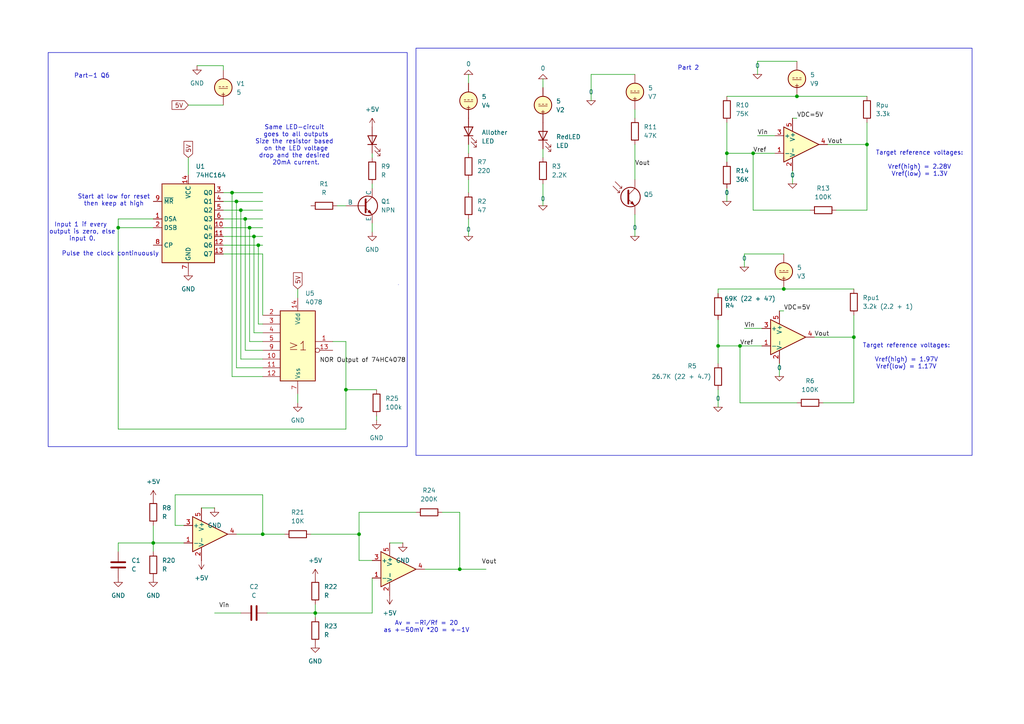
<source format=kicad_sch>
(kicad_sch (version 20250114) (generator "eeschema") (generator_version "9.0")
  (paper "A4")
  (lib_symbols
    (symbol "4xxx_IEEE:4078"
      (property "Reference" "U" (at 2.54 10.16 0))
      (property "Value" "4078" (at 5.08 -12.7 0))
      (symbol "4078_0_0"
        (rectangle (start -5.08 8.89) (end 5.08 -11.43) (stroke (width 0.254)) (fill (type background)))
        (pin power_in line (at 0 12.7 270) (length 3.81) (name "Vdd") (number "14"))
      )
      (symbol "4078_1_0"
        (text "≥1" (at 0 -1.27 0) (effects (font (size 2.54 2.54))))
        (pin power_in line (at 0 -15.24 90) (length 3.81) (name "Vss") (number "7"))
      )
      (symbol "4078_1_1"
        (pin input line (at -10.16 7.62 0) (length 5.08) (name "~") (number "2"))
        (pin input line (at -10.16 5.08 0) (length 5.08) (name "~") (number "3"))
        (pin input line (at -10.16 2.54 0) (length 5.08) (name "~") (number "4"))
        (pin input line (at -10.16 0 0) (length 5.08) (name "~") (number "5"))
        (pin input line (at -10.16 -2.54 0) (length 5.08) (name "~") (number "9"))
        (pin input line (at -10.16 -5.08 0) (length 5.08) (name "~") (number "10"))
        (pin input line (at -10.16 -7.62 0) (length 5.08) (name "~") (number "11"))
        (pin input line (at -10.16 -10.16 0) (length 5.08) (name "~") (number "12"))
        (pin no_connect line (at 5.08 5.08 180) (length 3.81) (hide yes) (name "~") (number "8"))
        (pin no_connect line (at 5.08 2.54 180) (length 3.81) (hide yes) (name "~") (number "6"))
        (pin output line (at 10.16 0 180) (length 5.08) (name "~") (number "1"))
        (pin output inverted (at 10.16 -2.54 180) (length 5.08) (name "~") (number "13"))
      )
    )
    (symbol "74xx:74HC164"
      (property "Reference" "U" (at 1.905 -13.97 0))
      (property "Value" "74HC164" (at 1.905 -16.51 0))
      (symbol "74HC164_0_1"
        (rectangle (start 7.62 10.16) (end -7.62 -12.7) (stroke (width 0.254)) (fill (type background)))
      )
      (symbol "74HC164_1_1"
        (pin input line (at -10.16 5.08 0) (length 2.54) (name "~{MR}") (number "9"))
        (pin input line (at -10.16 0 0) (length 2.54) (name "DSA") (number "1"))
        (pin input line (at -10.16 -2.54 0) (length 2.54) (name "DSB") (number "2"))
        (pin input line (at -10.16 -7.62 0) (length 2.54) (name "CP") (number "8"))
        (pin power_in line (at 0 12.7 270) (length 2.54) (name "VCC") (number "14"))
        (pin power_in line (at 0 -15.24 90) (length 2.54) (name "GND") (number "7"))
        (pin output line (at 10.16 7.62 180) (length 2.54) (name "Q0") (number "3"))
        (pin output line (at 10.16 5.08 180) (length 2.54) (name "Q1") (number "4"))
        (pin output line (at 10.16 2.54 180) (length 2.54) (name "Q2") (number "5"))
        (pin output line (at 10.16 0 180) (length 2.54) (name "Q3") (number "6"))
        (pin output line (at 10.16 -2.54 180) (length 2.54) (name "Q4") (number "10"))
        (pin output line (at 10.16 -5.08 180) (length 2.54) (name "Q5") (number "11"))
        (pin output line (at 10.16 -7.62 180) (length 2.54) (name "Q6") (number "12"))
        (pin output line (at 10.16 -10.16 180) (length 2.54) (name "Q7") (number "13"))
      )
    )
    (symbol "Comparator:LM397" (pin_names (offset 0.127))
      (property "Reference" "U" (at 1.27 5.08 0))
      (property "Value" "LM397" (at 3.81 -5.08 0))
      (symbol "LM397_0_1"
        (polyline (pts (xy -5.08 5.08) (xy 5.08 0) (xy -5.08 -5.08) (xy -5.08 5.08)) (stroke (width 0.254)) (fill (type background)))
      )
      (symbol "LM397_1_1"
        (pin input line (at -7.62 2.54 0) (length 2.54) (name "+") (number "3"))
        (pin input line (at -7.62 -2.54 0) (length 2.54) (name "-") (number "1"))
        (pin power_in line (at -2.54 7.62 270) (length 3.81) (name "V+") (number "5"))
        (pin power_in line (at -2.54 -7.62 90) (length 3.81) (name "V-") (number "2"))
        (pin open_collector line (at 7.62 0 180) (length 2.54) (name "~") (number "4"))
      )
    )
    (symbol "Device:C" (pin_numbers (hide yes)) (pin_names (offset 0.254))
      (property "Reference" "C" (at 0.635 2.54 0))
      (property "Value" "C" (at 0.635 -2.54 0))
      (symbol "C_0_1"
        (polyline (pts (xy -2.032 0.762) (xy 2.032 0.762)) (stroke (width 0.508)))
        (polyline (pts (xy -2.032 -0.762) (xy 2.032 -0.762)) (stroke (width 0.508)))
      )
      (symbol "C_1_1"
        (pin passive line (at 0 3.81 270) (length 2.794) (name "~") (number "1"))
        (pin passive line (at 0 -3.81 90) (length 2.794) (name "~") (number "2"))
      )
    )
    (symbol "Device:LED" (pin_numbers (hide yes)) (pin_names (offset 1.016) (hide yes))
      (property "Reference" "D" (at 0 2.54 0))
      (property "Value" "LED" (at 0 -2.54 0))
      (symbol "LED_0_1"
        (polyline (pts (xy -3.048 -0.762) (xy -4.572 -2.286) (xy -3.81 -2.286) (xy -4.572 -2.286) (xy -4.572 -1.524)))
        (polyline (pts (xy -1.778 -0.762) (xy -3.302 -2.286) (xy -2.54 -2.286) (xy -3.302 -2.286) (xy -3.302 -1.524)))
        (polyline (pts (xy -1.27 0) (xy 1.27 0)))
        (polyline (pts (xy -1.27 -1.27) (xy -1.27 1.27)) (stroke (width 0.254)))
        (polyline (pts (xy 1.27 -1.27) (xy 1.27 1.27) (xy -1.27 0) (xy 1.27 -1.27)) (stroke (width 0.254)))
      )
      (symbol "LED_1_1"
        (pin passive line (at -3.81 0 0) (length 2.54) (name "K") (number "1"))
        (pin passive line (at 3.81 0 180) (length 2.54) (name "A") (number "2"))
      )
    )
    (symbol "Device:R" (pin_numbers (hide yes)) (pin_names (offset 0))
      (property "Reference" "R" (at 2.032 0 90))
      (property "Value" "R" (at 0 0 90))
      (symbol "R_0_1"
        (rectangle (start -1.016 -2.54) (end 1.016 2.54) (stroke (width 0.254)))
      )
      (symbol "R_1_1"
        (pin passive line (at 0 3.81 270) (length 1.27) (name "~") (number "1"))
        (pin passive line (at 0 -3.81 90) (length 1.27) (name "~") (number "2"))
      )
    )
    (symbol "Sensor_Optical:KPS-3227" (pin_numbers (hide yes))
      (property "Reference" "Q" (at 3.81 1.27 0))
      (property "Value" "KPS-3227" (at 7.62 -1.27 0))
      (symbol "KPS-3227_1_1"
        (polyline (pts (xy -6.35 3.175) (xy -4.445 1.27) (xy -4.445 1.905)))
        (polyline (pts (xy -5.715 4.445) (xy -3.81 2.54) (xy -3.81 3.175)))
        (polyline (pts (xy -4.445 1.27) (xy -5.08 1.27)))
        (polyline (pts (xy -3.81 2.54) (xy -4.445 2.54)))
        (polyline (pts (xy -1.905 1.905) (xy -1.905 -1.905)) (stroke (width 0.508)))
        (polyline (pts (xy -1.905 0.635) (xy 0 2.54)))
        (polyline (pts (xy -1.905 -0.635) (xy 0 -2.54)))
        (circle (center -1.27 0) (radius 2.8194) (stroke (width 0.254)))
        (polyline (pts (xy -1.27 -1.778) (xy -0.762 -1.27) (xy -0.254 -2.286) (xy -1.27 -1.778)) (fill (type outline)))
        (pin passive line (at 0 5.08 270) (length 2.54) (name "~") (number "1"))
        (pin passive line (at 0 5.08 270) (length 2.54) (hide yes) (name "~") (number "3"))
        (pin passive line (at 0 -5.08 90) (length 2.54) (name "~") (number "2"))
        (pin passive line (at 0 -5.08 90) (length 2.54) (hide yes) (name "~") (number "4"))
      )
    )
    (symbol "Simulation_SPICE:0" (power) (pin_numbers (hide yes)) (pin_names (offset 0) (hide yes))
      (property "Value" "0" (at 0 -2.54 0))
      (symbol "0_0_1"
        (polyline (pts (xy -1.27 0) (xy 0 -1.27) (xy 1.27 0) (xy -1.27 0)))
      )
      (symbol "0_1_1"
        (pin power_in line (at 0 0 0) (length 0) (name "~") (number "1"))
      )
    )
    (symbol "Simulation_SPICE:NPN" (pin_numbers (hide yes)) (pin_names (offset 0))
      (property "Reference" "Q" (at -2.54 7.62 0))
      (property "Value" "NPN" (at -2.54 5.08 0))
      (symbol "NPN_0_1"
        (polyline (pts (xy -2.54 0) (xy 0.635 0)) (stroke (width 0.1524)))
        (polyline (pts (xy 0.635 1.905) (xy 0.635 -1.905) (xy 0.635 -1.905)) (stroke (width 0.508)))
        (polyline (pts (xy 0.635 0.635) (xy 2.54 2.54)))
        (polyline (pts (xy 0.635 -0.635) (xy 2.54 -2.54) (xy 2.54 -2.54)))
        (circle (center 1.27 0) (radius 2.8194) (stroke (width 0.254)))
        (polyline (pts (xy 1.27 -1.778) (xy 1.778 -1.27) (xy 2.286 -2.286) (xy 1.27 -1.778) (xy 1.27 -1.778)) (fill (type outline)))
        (polyline (pts (xy 2.794 -1.27) (xy 2.794 -1.27)) (stroke (width 0.1524)))
        (polyline (pts (xy 2.794 -1.27) (xy 2.794 -1.27)) (stroke (width 0.1524)))
      )
      (symbol "NPN_1_1"
        (pin input line (at -5.08 0 0) (length 2.54) (name "B") (number "2"))
        (pin open_collector line (at 2.54 5.08 270) (length 2.54) (name "C") (number "1"))
        (pin open_emitter line (at 2.54 -5.08 90) (length 2.54) (name "E") (number "3"))
      )
    )
    (symbol "Simulation_SPICE:VDC" (pin_numbers (hide yes)) (pin_names (offset 0.0254))
      (property "Reference" "V" (at 2.54 2.54 0))
      (property "Value" "1" (at 2.54 0 0))
      (symbol "VDC_0_0"
        (polyline (pts (xy -1.27 0.254) (xy 1.27 0.254)))
        (polyline (pts (xy -0.762 -0.254) (xy -1.27 -0.254)))
        (polyline (pts (xy 0.254 -0.254) (xy -0.254 -0.254)))
        (polyline (pts (xy 1.27 -0.254) (xy 0.762 -0.254)))
        (text "+" (at 0 1.905 0) (effects (font (size 1.27 1.27))))
      )
      (symbol "VDC_0_1"
        (circle (center 0 0) (radius 2.54) (stroke (width 0.254)) (fill (type background)))
      )
      (symbol "VDC_1_1"
        (pin passive line (at 0 5.08 270) (length 2.54) (name "~") (number "1"))
        (pin passive line (at 0 -5.08 90) (length 2.54) (name "~") (number "2"))
      )
    )
    (symbol "power:+5V" (power) (pin_numbers (hide yes)) (pin_names (offset 0) (hide yes))
      (property "Value" "+5V" (at 0 3.556 0))
      (symbol "+5V_0_1"
        (polyline (pts (xy -0.762 1.27) (xy 0 2.54)))
        (polyline (pts (xy 0 2.54) (xy 0.762 1.27)))
        (polyline (pts (xy 0 0) (xy 0 2.54)))
      )
      (symbol "+5V_1_1"
        (pin power_in line (at 0 0 90) (length 0) (name "~") (number "1"))
      )
    )
    (symbol "power:GND" (power) (pin_numbers (hide yes)) (pin_names (offset 0) (hide yes))
      (property "Value" "GND" (at 0 -3.81 0))
      (symbol "GND_0_1"
        (polyline (pts (xy 0 0) (xy 0 -1.27) (xy 1.27 -1.27) (xy 0 -2.54) (xy -1.27 -1.27) (xy 0 -1.27)))
      )
      (symbol "GND_1_1"
        (pin power_in line (at 0 0 270) (length 0) (name "~") (number "1"))
      )
    )
  )
  (rectangle (start 115.57 82.55) (end 115.57 82.55))
  (rectangle (start 13.97 15.24) (end 118.11 129.54))
  (rectangle (start 120.65 13.97) (end 281.94 132.08))
  (text "Pulse the clock continuously\n" (at 32.004 73.66 0) (effects (font (size 1.27 1.27))))
  (text "Av = -Ri/Rf = 20\nas +-50mV *20 = +-1V" (at 123.698 181.864 0) (effects (font (size 1.27 1.27))))
  (text "Part-1 Q6" (at 26.67 22.098 0) (effects (font (size 1.27 1.27))))
  (text "Target reference voltages:\n\nVref(high) = 1.97V\nVref(low) = 1.17V" (at 262.89 103.378 0) (effects (font (size 1.27 1.27))))
  (text "Start at low for reset\nthen keep at high" (at 33.02 58.166 0) (effects (font (size 1.27 1.27))))
  (text "Same LED-circuit \ngoes to all outputs\nSize the resistor based \non the LED voltage\ndrop and the desired \n20mA current." (at 85.852 42.164 0) (effects (font (size 1.27 1.27))))
  (text "Part 2" (at 199.644 19.812 0) (effects (font (size 1.27 1.27))))
  (text "Target reference voltages:\n\nVref(high) = 2.28V\nVref(low) = 1.3V" (at 266.7 47.498 0) (effects (font (size 1.27 1.27))))
  (text "Input 1 if every \noutput is zero, else\ninput 0." (at 23.876 67.31 0) (effects (font (size 1.27 1.27))))
  (junction (at 74.93 71.12))
  (junction (at 69.85 60.96))
  (junction (at 72.39 66.04))
  (junction (at 247.65 97.79))
  (junction (at 71.12 63.5))
  (junction (at 210.82 44.45))
  (junction (at 218.44 44.45))
  (junction (at 91.44 177.8))
  (junction (at 208.28 100.33))
  (junction (at 133.35 165.1))
  (junction (at 73.66 68.58))
  (junction (at 104.14 154.94))
  (junction (at 68.58 58.42))
  (junction (at 67.31 55.88))
  (junction (at 76.2 154.94))
  (junction (at 100.33 113.03))
  (junction (at 34.29 66.04))
  (junction (at 44.45 157.48))
  (junction (at 227.33 83.82))
  (junction (at 214.63 100.33))
  (junction (at 231.14 27.94))
  (junction (at 251.46 41.91))
  (wire (pts (xy 208.28 83.82) (xy 208.28 85.09)))
  (wire (pts (xy 184.15 21.59) (xy 171.45 21.59)))
  (wire (pts (xy 113.03 157.48) (xy 116.84 157.48)))
  (wire (pts (xy 54.61 45.72) (xy 54.61 50.8)))
  (wire (pts (xy 34.29 66.04) (xy 34.29 124.46)))
  (wire (pts (xy 215.9 95.25) (xy 220.98 95.25)))
  (wire (pts (xy 50.8 143.51) (xy 76.2 143.51)))
  (wire (pts (xy 210.82 35.56) (xy 210.82 44.45)))
  (wire (pts (xy 86.36 114.3) (xy 86.36 116.84)))
  (wire (pts (xy 218.44 44.45) (xy 224.79 44.45)))
  (wire (pts (xy 97.79 59.69) (xy 100.33 59.69)))
  (wire (pts (xy 76.2 154.94) (xy 82.55 154.94)))
  (wire (pts (xy 44.45 157.48) (xy 44.45 160.02)))
  (wire (pts (xy 247.65 91.44) (xy 247.65 97.79)))
  (wire (pts (xy 107.95 64.77) (xy 107.95 67.31)))
  (wire (pts (xy 104.14 162.56) (xy 107.95 162.56)))
  (wire (pts (xy 53.34 157.48) (xy 44.45 157.48)))
  (wire (pts (xy 100.33 113.03) (xy 109.22 113.03)))
  (wire (pts (xy 231.14 34.29) (xy 229.87 34.29)))
  (wire (pts (xy 50.8 152.4) (xy 50.8 143.51)))
  (wire (pts (xy 64.77 58.42) (xy 68.58 58.42)))
  (wire (pts (xy 128.27 148.59) (xy 133.35 148.59)))
  (wire (pts (xy 76.2 104.14) (xy 69.85 104.14)))
  (wire (pts (xy 62.23 177.8) (xy 69.85 177.8)))
  (wire (pts (xy 184.15 31.75) (xy 184.15 34.29)))
  (wire (pts (xy 234.95 60.96) (xy 218.44 60.96)))
  (wire (pts (xy 64.77 71.12) (xy 74.93 71.12)))
  (wire (pts (xy 231.14 27.94) (xy 251.46 27.94)))
  (wire (pts (xy 208.28 100.33) (xy 214.63 100.33)))
  (wire (pts (xy 44.45 152.4) (xy 44.45 157.48)))
  (wire (pts (xy 135.89 52.07) (xy 135.89 55.88)))
  (wire (pts (xy 68.58 154.94) (xy 76.2 154.94)))
  (wire (pts (xy 64.77 73.66) (xy 76.2 73.66)))
  (wire (pts (xy 64.77 63.5) (xy 71.12 63.5)))
  (wire (pts (xy 135.89 21.59) (xy 135.89 24.13)))
  (wire (pts (xy 90.17 154.94) (xy 104.14 154.94)))
  (wire (pts (xy 34.29 124.46) (xy 100.33 124.46)))
  (wire (pts (xy 64.77 19.05) (xy 57.15 19.05)))
  (wire (pts (xy 34.29 66.04) (xy 44.45 66.04)))
  (wire (pts (xy 34.29 157.48) (xy 34.29 160.02)))
  (wire (pts (xy 219.71 39.37) (xy 224.79 39.37)))
  (wire (pts (xy 251.46 41.91) (xy 251.46 60.96)))
  (wire (pts (xy 53.34 152.4) (xy 50.8 152.4)))
  (wire (pts (xy 64.77 55.88) (xy 67.31 55.88)))
  (wire (pts (xy 219.71 17.78) (xy 231.14 17.78)))
  (wire (pts (xy 133.35 165.1) (xy 140.97 165.1)))
  (wire (pts (xy 34.29 63.5) (xy 34.29 66.04)))
  (wire (pts (xy 210.82 44.45) (xy 218.44 44.45)))
  (wire (pts (xy 44.45 157.48) (xy 34.29 157.48)))
  (wire (pts (xy 54.61 30.48) (xy 64.77 30.48)))
  (wire (pts (xy 210.82 44.45) (xy 210.82 46.99)))
  (wire (pts (xy 251.46 35.56) (xy 251.46 41.91)))
  (wire (pts (xy 135.89 41.91) (xy 135.89 44.45)))
  (wire (pts (xy 184.15 41.91) (xy 184.15 52.07)))
  (wire (pts (xy 109.22 120.65) (xy 109.22 121.92)))
  (wire (pts (xy 69.85 60.96) (xy 76.2 60.96)))
  (wire (pts (xy 208.28 100.33) (xy 208.28 105.41)))
  (wire (pts (xy 247.65 116.84) (xy 238.76 116.84)))
  (wire (pts (xy 76.2 99.06) (xy 72.39 99.06)))
  (wire (pts (xy 91.44 175.26) (xy 91.44 177.8)))
  (wire (pts (xy 67.31 55.88) (xy 67.31 109.22)))
  (wire (pts (xy 67.31 55.88) (xy 76.2 55.88)))
  (wire (pts (xy 71.12 63.5) (xy 71.12 101.6)))
  (wire (pts (xy 64.77 66.04) (xy 72.39 66.04)))
  (wire (pts (xy 133.35 165.1) (xy 123.19 165.1)))
  (wire (pts (xy 76.2 93.98) (xy 74.93 93.98)))
  (wire (pts (xy 76.2 109.22) (xy 67.31 109.22)))
  (wire (pts (xy 208.28 92.71) (xy 208.28 100.33)))
  (wire (pts (xy 208.28 83.82) (xy 227.33 83.82)))
  (wire (pts (xy 184.15 62.23) (xy 184.15 68.58)))
  (wire (pts (xy 227.33 90.17) (xy 226.06 90.17)))
  (wire (pts (xy 210.82 58.42) (xy 210.82 54.61)))
  (wire (pts (xy 107.95 177.8) (xy 107.95 167.64)))
  (wire (pts (xy 64.77 68.58) (xy 73.66 68.58)))
  (wire (pts (xy 218.44 60.96) (xy 218.44 44.45)))
  (wire (pts (xy 73.66 68.58) (xy 76.2 68.58)))
  (wire (pts (xy 157.48 53.34) (xy 157.48 59.69)))
  (wire (pts (xy 231.14 116.84) (xy 214.63 116.84)))
  (wire (pts (xy 229.87 53.34) (xy 229.87 49.53)))
  (wire (pts (xy 247.65 97.79) (xy 236.22 97.79)))
  (wire (pts (xy 171.45 21.59) (xy 171.45 29.21)))
  (wire (pts (xy 251.46 41.91) (xy 240.03 41.91)))
  (wire (pts (xy 219.71 21.59) (xy 219.71 17.78)))
  (wire (pts (xy 100.33 113.03) (xy 100.33 124.46)))
  (wire (pts (xy 104.14 154.94) (xy 104.14 162.56)))
  (wire (pts (xy 214.63 116.84) (xy 214.63 100.33)))
  (wire (pts (xy 77.47 177.8) (xy 91.44 177.8)))
  (wire (pts (xy 76.2 73.66) (xy 76.2 91.44)))
  (wire (pts (xy 34.29 63.5) (xy 44.45 63.5)))
  (wire (pts (xy 96.52 99.06) (xy 100.33 99.06)))
  (wire (pts (xy 107.95 53.34) (xy 107.95 54.61)))
  (wire (pts (xy 91.44 177.8) (xy 107.95 177.8)))
  (wire (pts (xy 133.35 148.59) (xy 133.35 165.1)))
  (wire (pts (xy 64.77 20.32) (xy 64.77 19.05)))
  (wire (pts (xy 91.44 177.8) (xy 91.44 179.07)))
  (wire (pts (xy 76.2 96.52) (xy 73.66 96.52)))
  (wire (pts (xy 86.36 83.82) (xy 86.36 86.36)))
  (wire (pts (xy 227.33 83.82) (xy 247.65 83.82)))
  (wire (pts (xy 247.65 97.79) (xy 247.65 116.84)))
  (wire (pts (xy 68.58 58.42) (xy 76.2 58.42)))
  (wire (pts (xy 64.77 60.96) (xy 69.85 60.96)))
  (wire (pts (xy 157.48 43.18) (xy 157.48 45.72)))
  (wire (pts (xy 226.06 109.22) (xy 226.06 105.41)))
  (wire (pts (xy 215.9 73.66) (xy 227.33 73.66)))
  (wire (pts (xy 135.89 63.5) (xy 135.89 68.58)))
  (wire (pts (xy 208.28 113.03) (xy 208.28 118.11)))
  (wire (pts (xy 76.2 101.6) (xy 71.12 101.6)))
  (wire (pts (xy 157.48 22.86) (xy 157.48 25.4)))
  (wire (pts (xy 214.63 100.33) (xy 220.98 100.33)))
  (wire (pts (xy 73.66 96.52) (xy 73.66 68.58)))
  (wire (pts (xy 74.93 93.98) (xy 74.93 71.12)))
  (wire (pts (xy 58.42 147.32) (xy 62.23 147.32)))
  (wire (pts (xy 68.58 58.42) (xy 68.58 106.68)))
  (wire (pts (xy 76.2 106.68) (xy 68.58 106.68)))
  (wire (pts (xy 72.39 66.04) (xy 76.2 66.04)))
  (wire (pts (xy 251.46 60.96) (xy 242.57 60.96)))
  (wire (pts (xy 74.93 71.12) (xy 76.2 71.12)))
  (wire (pts (xy 215.9 77.47) (xy 215.9 73.66)))
  (wire (pts (xy 72.39 66.04) (xy 72.39 99.06)))
  (wire (pts (xy 76.2 143.51) (xy 76.2 154.94)))
  (wire (pts (xy 104.14 148.59) (xy 120.65 148.59)))
  (wire (pts (xy 69.85 60.96) (xy 69.85 104.14)))
  (wire (pts (xy 107.95 44.45) (xy 107.95 45.72)))
  (wire (pts (xy 71.12 63.5) (xy 76.2 63.5)))
  (wire (pts (xy 210.82 27.94) (xy 231.14 27.94)))
  (wire (pts (xy 100.33 99.06) (xy 100.33 113.03)))
  (wire (pts (xy 104.14 148.59) (xy 104.14 154.94)))
  (label "Vout" (at 139.7 163.83 0))
  (label "VDC=5V" (at 231.14 34.29 0))
  (label "Vref" (at 218.44 44.45 0))
  (label "Vref" (at 214.63 100.33 0))
  (label "Vin" (at 215.9 95.25 0))
  (label "Vout" (at 240.03 41.91 0))
  (label "Vout" (at 236.22 97.79 0))
  (label "Vout" (at 184.15 48.26 0))
  (label "VDC=5V" (at 227.33 90.17 0))
  (label "Vin" (at 219.71 39.37 0))
  (label "NOR Output of 74HC4078" (at 92.71 105.41 0))
  (label "Vin" (at 63.5 176.53 0))
  (global_label "5V" (shape input) (at 54.61 45.72 90) (property "Intersheetrefs" "${INTERSHEET_REFS}" (effects (hide yes))))
  (global_label "5V" (shape input) (at 86.36 83.82 90) (property "Intersheetrefs" "${INTERSHEET_REFS}" (effects (hide yes))))
  (global_label "5V" (shape input) (at 54.61 30.48 180) (property "Intersheetrefs" "${INTERSHEET_REFS}" (effects (hide yes))))
  (symbol (lib_id "Simulation_SPICE:0") (at 229.87 53.34 0) (unit 1)
    (property "Reference" "#GND016" (effects (hide yes)))
    (property "Value" "0" (at 229.87 50.8 0))
    (property "Datasheet" "https://ngspice.sourceforge.io/docs/ngspice-html-manual/manual.xhtml#subsec_Circuit_elements__device" (effects (hide yes)))
    (property "Description" "0V reference potential for simulation" (effects (hide yes)))
  )
  (symbol (lib_id "power:GND") (at 44.45 167.64 0) (unit 1)
    (property "Reference" "#PWR020" (effects (hide yes)))
    (property "Value" "GND" (at 44.45 172.72 0))
    (property "Description" "Power symbol creates a global label with name \"GND\" , ground" (effects (hide yes)))
  )
  (symbol (lib_id "power:GND") (at 54.61 78.74 0) (unit 1)
    (property "Reference" "#PWR01" (effects (hide yes)))
    (property "Value" "GND" (at 54.61 83.82 0))
    (property "Description" "Power symbol creates a global label with name \"GND\" , ground" (effects (hide yes)))
  )
  (symbol (lib_id "Device:LED") (at 107.95 40.64 90) (unit 1)
    (property "Reference" "D1" (effects (hide yes)))
    (property "Value" "LED" (effects (hide yes)))
    (property "Description" "Light emitting diode" (effects (hide yes)))
    (property "Sim.Pins" "1=K 2=A" (effects (hide yes)))
  )
  (symbol (lib_id "power:+5V") (at 58.42 162.56 180) (unit 1)
    (property "Reference" "#PWR015" (effects (hide yes)))
    (property "Value" "+5V" (at 58.42 167.64 0))
    (property "Description" "Power symbol creates a global label with name \"+5V\"" (effects (hide yes)))
  )
  (symbol (lib_id "Simulation_SPICE:NPN") (at 105.41 59.69 0) (unit 1)
    (property "Reference" "Q1" (at 110.49 58.4199 0) (effects (justify left)))
    (property "Value" "NPN" (at 110.49 60.9599 0) (effects (justify left)))
    (property "Datasheet" "https://ngspice.sourceforge.io/docs/ngspice-html-manual/manual.xhtml#cha_BJTs" (effects (hide yes)))
    (property "Description" "Bipolar transistor symbol for simulation only, substrate tied to the emitter" (effects (hide yes)))
    (property "Sim.Device" "NPN" (effects (hide yes)))
    (property "Sim.Type" "GUMMELPOON" (effects (hide yes)))
    (property "Sim.Pins" "1=C 2=B 3=E" (effects (hide yes)))
  )
  (symbol (lib_id "power:+5V") (at 44.45 144.78 0) (unit 1)
    (property "Reference" "#PWR018" (effects (hide yes)))
    (property "Value" "+5V" (at 44.45 139.7 0))
    (property "Description" "Power symbol creates a global label with name \"+5V\"" (effects (hide yes)))
  )
  (symbol (lib_id "power:GND") (at 86.36 116.84 0) (unit 1)
    (property "Reference" "#PWR05" (effects (hide yes)))
    (property "Value" "GND" (at 86.36 121.92 0))
    (property "Description" "Power symbol creates a global label with name \"GND\" , ground" (effects (hide yes)))
  )
  (symbol (lib_id "Device:R") (at 86.36 154.94 270) (unit 1)
    (property "Reference" "R21" (at 86.36 148.59 90))
    (property "Value" "10K" (at 86.36 151.13 90))
    (property "Description" "Resistor" (effects (hide yes)))
  )
  (symbol (lib_id "Simulation_SPICE:0") (at 219.71 21.59 0) (unit 1)
    (property "Reference" "#GND015" (effects (hide yes)))
    (property "Value" "0" (at 219.71 19.05 0))
    (property "Datasheet" "https://ngspice.sourceforge.io/docs/ngspice-html-manual/manual.xhtml#subsec_Circuit_elements__device" (effects (hide yes)))
    (property "Description" "0V reference potential for simulation" (effects (hide yes)))
  )
  (symbol (lib_id "Comparator:LM397") (at 228.6 97.79 0) (unit 1)
    (property "Reference" "U2" (effects (hide yes)))
    (property "Value" "LM397" (effects (hide yes)))
    (property "Footprint" "Package_TO_SOT_SMD:SOT-23-5" (effects (hide yes)))
    (property "Datasheet" "http://www.ti.com/lit/ds/symlink/lm397.pdf" (effects (hide yes)))
    (property "Description" "Single General-Purpose Voltage Comparator with Open-Collector Output, SOT-23-5" (effects (hide yes)))
  )
  (symbol (lib_id "Simulation_SPICE:0") (at 157.48 22.86 0) (mirror x) (unit 1)
    (property "Reference" "#GND01" (effects (hide yes)))
    (property "Value" "0" (at 157.48 19.812 0))
    (property "Datasheet" "https://ngspice.sourceforge.io/docs/ngspice-html-manual/manual.xhtml#subsec_Circuit_elements__device" (effects (hide yes)))
    (property "Description" "0V reference potential for simulation" (effects (hide yes)))
  )
  (symbol (lib_id "Device:R") (at 44.45 163.83 0) (unit 1)
    (property "Reference" "R20" (at 46.99 162.5599 0) (effects (justify left)))
    (property "Value" "R" (at 46.99 165.0999 0) (effects (justify left)))
    (property "Description" "Resistor" (effects (hide yes)))
  )
  (symbol (lib_id "Simulation_SPICE:VDC") (at 64.77 25.4 180) (unit 1)
    (property "Reference" "V1" (at 68.58 24.2597 0) (effects (justify right)))
    (property "Value" "5" (at 68.58 26.7997 0) (effects (justify right)))
    (property "Datasheet" "https://ngspice.sourceforge.io/docs/ngspice-html-manual/manual.xhtml#sec_Independent_Sources_for" (effects (hide yes)))
    (property "Description" "Voltage source, DC" (effects (hide yes)))
    (property "Sim.Pins" "1=+ 2=-" (effects (hide yes)))
    (property "Sim.Type" "DC" (effects (hide yes)))
    (property "Sim.Device" "V" (effects (hide yes)))
  )
  (symbol (lib_id "power:GND") (at 62.23 147.32 0) (unit 1)
    (property "Reference" "#PWR014" (effects (hide yes)))
    (property "Value" "GND" (at 62.23 152.4 0))
    (property "Description" "Power symbol creates a global label with name \"GND\" , ground" (effects (hide yes)))
  )
  (symbol (lib_id "Device:R") (at 124.46 148.59 270) (unit 1)
    (property "Reference" "R24" (at 124.46 142.24 90))
    (property "Value" "200K" (at 124.46 144.78 90))
    (property "Description" "Resistor" (effects (hide yes)))
  )
  (symbol (lib_id "Device:R") (at 238.76 60.96 90) (unit 1)
    (property "Reference" "R13" (at 238.76 54.61 90))
    (property "Value" "100K" (at 238.76 57.15 90))
    (property "Description" "Resistor" (effects (hide yes)))
  )
  (symbol (lib_id "power:GND") (at 116.84 157.48 0) (unit 1)
    (property "Reference" "#PWR07" (effects (hide yes)))
    (property "Value" "GND" (at 116.84 162.56 0))
    (property "Description" "Power symbol creates a global label with name \"GND\" , ground" (effects (hide yes)))
  )
  (symbol (lib_id "Comparator:LM397") (at 60.96 154.94 0) (unit 1)
    (property "Reference" "U4" (effects (hide yes)))
    (property "Value" "LM397" (effects (hide yes)))
    (property "Footprint" "Package_TO_SOT_SMD:SOT-23-5" (effects (hide yes)))
    (property "Datasheet" "http://www.ti.com/lit/ds/symlink/lm397.pdf" (effects (hide yes)))
    (property "Description" "Single General-Purpose Voltage Comparator with Open-Collector Output, SOT-23-5" (effects (hide yes)))
  )
  (symbol (lib_id "Device:LED") (at 135.89 38.1 90) (unit 1)
    (property "Reference" "Allother" (at 139.7 38.4174 90) (effects (justify right)))
    (property "Value" "LED" (at 139.7 40.9574 90) (effects (justify right)))
    (property "Description" "Light emitting diode" (effects (hide yes)))
    (property "Sim.Pins" "1=K 2=A" (effects (hide yes)))
  )
  (symbol (lib_id "Simulation_SPICE:0") (at 135.89 68.58 0) (unit 1)
    (property "Reference" "#GND07" (effects (hide yes)))
    (property "Value" "0" (at 135.89 66.548 0))
    (property "Datasheet" "https://ngspice.sourceforge.io/docs/ngspice-html-manual/manual.xhtml#subsec_Circuit_elements__device" (effects (hide yes)))
    (property "Description" "0V reference potential for simulation" (effects (hide yes)))
  )
  (symbol (lib_id "Device:R") (at 208.28 109.22 0) (unit 1)
    (property "Reference" "R5" (at 199.39 106.172 0) (effects (justify left)))
    (property "Value" "26.7K (22 + 4.7)" (at 188.976 109.22 0) (effects (justify left)))
    (property "Description" "Resistor" (effects (hide yes)))
  )
  (symbol (lib_id "Device:R") (at 157.48 49.53 0) (unit 1)
    (property "Reference" "R3" (at 160.02 48.2599 0) (effects (justify left)))
    (property "Value" "2.2K" (at 160.02 50.7999 0) (effects (justify left)))
    (property "Description" "Resistor" (effects (hide yes)))
  )
  (symbol (lib_id "Simulation_SPICE:VDC") (at 184.15 26.67 0) (mirror x) (unit 1)
    (property "Reference" "V7" (at 187.96 28.0699 0) (effects (justify left)))
    (property "Value" "5" (at 187.96 25.5299 0) (effects (justify left)))
    (property "Datasheet" "https://ngspice.sourceforge.io/docs/ngspice-html-manual/manual.xhtml#sec_Independent_Sources_for" (effects (hide yes)))
    (property "Description" "Voltage source, DC" (effects (hide yes)))
    (property "Sim.Pins" "1=+ 2=-" (effects (hide yes)))
    (property "Sim.Type" "DC" (effects (hide yes)))
    (property "Sim.Device" "V" (effects (hide yes)))
  )
  (symbol (lib_id "Device:R") (at 210.82 50.8 0) (unit 1)
    (property "Reference" "R14" (at 213.36 49.5299 0) (effects (justify left)))
    (property "Value" "36K" (at 213.36 52.0699 0) (effects (justify left)))
    (property "Description" "Resistor" (effects (hide yes)))
  )
  (symbol (lib_id "Device:R") (at 251.46 31.75 0) (unit 1)
    (property "Reference" "Rpu" (at 254 30.4799 0) (effects (justify left)))
    (property "Value" "3.3k" (at 254 33.0199 0) (effects (justify left)))
    (property "Description" "Resistor" (effects (hide yes)))
  )
  (symbol (lib_id "power:GND") (at 91.44 186.69 0) (unit 1)
    (property "Reference" "#PWR019" (effects (hide yes)))
    (property "Value" "GND" (at 91.44 191.77 0))
    (property "Description" "Power symbol creates a global label with name \"GND\" , ground" (effects (hide yes)))
  )
  (symbol (lib_id "Device:R") (at 93.98 59.69 270) (unit 1)
    (property "Reference" "R1" (at 93.98 53.34 90))
    (property "Value" "R" (at 93.98 55.88 90))
    (property "Description" "Resistor" (effects (hide yes)))
  )
  (symbol (lib_id "4xxx_IEEE:4078") (at 86.36 99.06 0) (unit 1)
    (property "Reference" "U5" (at 88.5033 85.09 0) (effects (justify left)))
    (property "Value" "4078" (at 88.5033 87.63 0) (effects (justify left)))
    (property "Datasheet" "https://www.ti.com/lit/ds/symlink/cd4078b.pdf" (effects (hide yes)))
    (property "Description" "8-input OR/NOR gate" (effects (hide yes)))
  )
  (symbol (lib_id "Device:R") (at 208.28 88.9 0) (unit 1)
    (property "Reference" "R4" (at 210.312 88.646 0) (effects (justify left)))
    (property "Value" "69K (22 + 47)" (at 210.058 86.614 0) (effects (justify left)))
    (property "Description" "Resistor" (effects (hide yes)))
  )
  (symbol (lib_id "Device:C") (at 34.29 163.83 0) (unit 1)
    (property "Reference" "C1" (at 38.1 162.5599 0) (effects (justify left)))
    (property "Value" "C" (at 38.1 165.0999 0) (effects (justify left)))
    (property "Description" "Unpolarized capacitor" (effects (hide yes)))
  )
  (symbol (lib_id "Simulation_SPICE:VDC") (at 135.89 29.21 0) (mirror x) (unit 1)
    (property "Reference" "V4" (at 139.7 30.6099 0) (effects (justify left)))
    (property "Value" "5" (at 139.7 28.0699 0) (effects (justify left)))
    (property "Datasheet" "https://ngspice.sourceforge.io/docs/ngspice-html-manual/manual.xhtml#sec_Independent_Sources_for" (effects (hide yes)))
    (property "Description" "Voltage source, DC" (effects (hide yes)))
    (property "Sim.Pins" "1=+ 2=-" (effects (hide yes)))
    (property "Sim.Type" "DC" (effects (hide yes)))
    (property "Sim.Device" "V" (effects (hide yes)))
  )
  (symbol (lib_id "power:+5V") (at 91.44 167.64 0) (unit 1)
    (property "Reference" "#PWR017" (effects (hide yes)))
    (property "Value" "+5V" (at 91.44 162.56 0))
    (property "Description" "Power symbol creates a global label with name \"+5V\"" (effects (hide yes)))
  )
  (symbol (lib_id "power:+5V") (at 113.03 172.72 180) (unit 1)
    (property "Reference" "#PWR016" (effects (hide yes)))
    (property "Value" "+5V" (at 113.03 177.8 0))
    (property "Description" "Power symbol creates a global label with name \"+5V\"" (effects (hide yes)))
  )
  (symbol (lib_id "power:GND") (at 109.22 121.92 0) (unit 1)
    (property "Reference" "#PWR021" (effects (hide yes)))
    (property "Value" "GND" (at 109.22 127 0))
    (property "Description" "Power symbol creates a global label with name \"GND\" , ground" (effects (hide yes)))
  )
  (symbol (lib_id "Simulation_SPICE:0") (at 157.48 59.69 0) (unit 1)
    (property "Reference" "#GND02" (effects (hide yes)))
    (property "Value" "0" (at 157.48 57.658 0))
    (property "Datasheet" "https://ngspice.sourceforge.io/docs/ngspice-html-manual/manual.xhtml#subsec_Circuit_elements__device" (effects (hide yes)))
    (property "Description" "0V reference potential for simulation" (effects (hide yes)))
  )
  (symbol (lib_id "Device:R") (at 184.15 38.1 0) (unit 1)
    (property "Reference" "R11" (at 186.69 36.8299 0) (effects (justify left)))
    (property "Value" "47K" (at 186.69 39.3699 0) (effects (justify left)))
    (property "Description" "Resistor" (effects (hide yes)))
  )
  (symbol (lib_id "power:+5V") (at 107.95 36.83 0) (unit 1)
    (property "Reference" "#PWR04" (effects (hide yes)))
    (property "Value" "+5V" (at 107.95 31.75 0))
    (property "Description" "Power symbol creates a global label with name \"+5V\"" (effects (hide yes)))
  )
  (symbol (lib_id "Device:R") (at 91.44 182.88 0) (unit 1)
    (property "Reference" "R23" (at 93.98 181.6099 0) (effects (justify left)))
    (property "Value" "R" (at 93.98 184.1499 0) (effects (justify left)))
    (property "Description" "Resistor" (effects (hide yes)))
  )
  (symbol (lib_id "power:GND") (at 34.29 167.64 0) (unit 1)
    (property "Reference" "#PWR06" (effects (hide yes)))
    (property "Value" "GND" (at 34.29 172.72 0))
    (property "Description" "Power symbol creates a global label with name \"GND\" , ground" (effects (hide yes)))
  )
  (symbol (lib_id "Simulation_SPICE:0") (at 135.89 21.59 0) (mirror x) (unit 1)
    (property "Reference" "#GND06" (effects (hide yes)))
    (property "Value" "0" (at 135.89 18.542 0))
    (property "Datasheet" "https://ngspice.sourceforge.io/docs/ngspice-html-manual/manual.xhtml#subsec_Circuit_elements__device" (effects (hide yes)))
    (property "Description" "0V reference potential for simulation" (effects (hide yes)))
  )
  (symbol (lib_id "Device:R") (at 135.89 59.69 0) (unit 1)
    (property "Reference" "R2" (at 138.43 58.4199 0) (effects (justify left)))
    (property "Value" "47" (at 138.43 60.9599 0) (effects (justify left)))
    (property "Description" "Resistor" (effects (hide yes)))
  )
  (symbol (lib_id "Comparator:LM397") (at 115.57 165.1 0) (unit 1)
    (property "Reference" "U6" (effects (hide yes)))
    (property "Value" "LM397" (effects (hide yes)))
    (property "Footprint" "Package_TO_SOT_SMD:SOT-23-5" (effects (hide yes)))
    (property "Datasheet" "http://www.ti.com/lit/ds/symlink/lm397.pdf" (effects (hide yes)))
    (property "Description" "Single General-Purpose Voltage Comparator with Open-Collector Output, SOT-23-5" (effects (hide yes)))
  )
  (symbol (lib_id "Device:R") (at 247.65 87.63 0) (unit 1)
    (property "Reference" "Rpu1" (at 250.19 86.3599 0) (effects (justify left)))
    (property "Value" "3.2k (2.2 + 1)" (at 250.19 88.8999 0) (effects (justify left)))
    (property "Description" "Resistor" (effects (hide yes)))
  )
  (symbol (lib_id "power:GND") (at 107.95 67.31 0) (unit 1)
    (property "Reference" "#PWR02" (effects (hide yes)))
    (property "Value" "GND" (at 107.95 72.39 0))
    (property "Description" "Power symbol creates a global label with name \"GND\" , ground" (effects (hide yes)))
  )
  (symbol (lib_id "power:GND") (at 57.15 19.05 0) (unit 1)
    (property "Reference" "#PWR03" (effects (hide yes)))
    (property "Value" "GND" (at 57.15 24.13 0))
    (property "Description" "Power symbol creates a global label with name \"GND\" , ground" (effects (hide yes)))
  )
  (symbol (lib_id "Simulation_SPICE:0") (at 184.15 68.58 0) (unit 1)
    (property "Reference" "#GND013" (effects (hide yes)))
    (property "Value" "0" (at 184.15 66.04 0))
    (property "Datasheet" "https://ngspice.sourceforge.io/docs/ngspice-html-manual/manual.xhtml#subsec_Circuit_elements__device" (effects (hide yes)))
    (property "Description" "0V reference potential for simulation" (effects (hide yes)))
  )
  (symbol (lib_id "Simulation_SPICE:0") (at 215.9 77.47 0) (unit 1)
    (property "Reference" "#GND04" (effects (hide yes)))
    (property "Value" "0" (at 215.9 74.93 0))
    (property "Datasheet" "https://ngspice.sourceforge.io/docs/ngspice-html-manual/manual.xhtml#subsec_Circuit_elements__device" (effects (hide yes)))
    (property "Description" "0V reference potential for simulation" (effects (hide yes)))
  )
  (symbol (lib_id "Comparator:LM397") (at 232.41 41.91 0) (unit 1)
    (property "Reference" "U3" (effects (hide yes)))
    (property "Value" "LM397" (effects (hide yes)))
    (property "Footprint" "Package_TO_SOT_SMD:SOT-23-5" (effects (hide yes)))
    (property "Datasheet" "http://www.ti.com/lit/ds/symlink/lm397.pdf" (effects (hide yes)))
    (property "Description" "Single General-Purpose Voltage Comparator with Open-Collector Output, SOT-23-5" (effects (hide yes)))
  )
  (symbol (lib_id "Simulation_SPICE:0") (at 210.82 58.42 0) (unit 1)
    (property "Reference" "#GND017" (effects (hide yes)))
    (property "Value" "0" (at 210.82 55.88 0))
    (property "Datasheet" "https://ngspice.sourceforge.io/docs/ngspice-html-manual/manual.xhtml#subsec_Circuit_elements__device" (effects (hide yes)))
    (property "Description" "0V reference potential for simulation" (effects (hide yes)))
  )
  (symbol (lib_id "Device:R") (at 109.22 116.84 0) (unit 1)
    (property "Reference" "R25" (at 111.76 115.5699 0) (effects (justify left)))
    (property "Value" "100k" (at 111.76 118.1099 0) (effects (justify left)))
    (property "Description" "Resistor" (effects (hide yes)))
  )
  (symbol (lib_id "Simulation_SPICE:VDC") (at 231.14 22.86 0) (mirror x) (unit 1)
    (property "Reference" "V9" (at 234.95 24.2599 0) (effects (justify left)))
    (property "Value" "5" (at 234.95 21.7199 0) (effects (justify left)))
    (property "Datasheet" "https://ngspice.sourceforge.io/docs/ngspice-html-manual/manual.xhtml#sec_Independent_Sources_for" (effects (hide yes)))
    (property "Description" "Voltage source, DC" (effects (hide yes)))
    (property "Sim.Pins" "1=+ 2=-" (effects (hide yes)))
    (property "Sim.Type" "DC" (effects (hide yes)))
    (property "Sim.Device" "V" (effects (hide yes)))
  )
  (symbol (lib_id "Device:R") (at 210.82 31.75 0) (unit 1)
    (property "Reference" "R10" (at 213.36 30.4799 0) (effects (justify left)))
    (property "Value" "75K" (at 213.36 33.0199 0) (effects (justify left)))
    (property "Description" "Resistor" (effects (hide yes)))
  )
  (symbol (lib_id "Simulation_SPICE:VDC") (at 157.48 30.48 0) (mirror x) (unit 1)
    (property "Reference" "V2" (at 161.29 31.8799 0) (effects (justify left)))
    (property "Value" "5" (at 161.29 29.3399 0) (effects (justify left)))
    (property "Datasheet" "https://ngspice.sourceforge.io/docs/ngspice-html-manual/manual.xhtml#sec_Independent_Sources_for" (effects (hide yes)))
    (property "Description" "Voltage source, DC" (effects (hide yes)))
    (property "Sim.Pins" "1=+ 2=-" (effects (hide yes)))
    (property "Sim.Type" "DC" (effects (hide yes)))
    (property "Sim.Device" "V" (effects (hide yes)))
  )
  (symbol (lib_id "Simulation_SPICE:VDC") (at 227.33 78.74 0) (mirror x) (unit 1)
    (property "Reference" "V3" (at 231.14 80.1399 0) (effects (justify left)))
    (property "Value" "5" (at 231.14 77.5999 0) (effects (justify left)))
    (property "Datasheet" "https://ngspice.sourceforge.io/docs/ngspice-html-manual/manual.xhtml#sec_Independent_Sources_for" (effects (hide yes)))
    (property "Description" "Voltage source, DC" (effects (hide yes)))
    (property "Sim.Pins" "1=+ 2=-" (effects (hide yes)))
    (property "Sim.Type" "DC" (effects (hide yes)))
    (property "Sim.Device" "V" (effects (hide yes)))
  )
  (symbol (lib_id "Sensor_Optical:KPS-3227") (at 184.15 57.15 0) (unit 1)
    (property "Reference" "Q5" (at 186.69 56.4006 0) (effects (justify left)))
    (property "Value" "KPS-3227" (effects (hide yes)))
    (property "Footprint" "OptoDevice:Kingbright_KPS-3227" (effects (hide yes)))
    (property "Datasheet" "https://www.kingbright.com/attachments/file/psearch/000/00/00/KPS-3227SP1C(Ver.16).pdf" (effects (hide yes)))
    (property "Description" "Ambient light NPN phototransistor, KPS-3227" (effects (hide yes)))
  )
  (symbol (lib_id "Device:R") (at 135.89 48.26 0) (unit 1)
    (property "Reference" "R7" (at 138.43 46.9899 0) (effects (justify left)))
    (property "Value" "220" (at 138.43 49.5299 0) (effects (justify left)))
    (property "Description" "Resistor" (effects (hide yes)))
  )
  (symbol (lib_id "Device:R") (at 44.45 148.59 0) (unit 1)
    (property "Reference" "R8" (at 46.99 147.3199 0) (effects (justify left)))
    (property "Value" "R" (at 46.99 149.8599 0) (effects (justify left)))
    (property "Description" "Resistor" (effects (hide yes)))
  )
  (symbol (lib_id "Device:R") (at 234.95 116.84 90) (unit 1)
    (property "Reference" "R6" (at 234.95 110.49 90))
    (property "Value" "100K" (at 234.95 113.03 90))
    (property "Description" "Resistor" (effects (hide yes)))
  )
  (symbol (lib_id "Simulation_SPICE:0") (at 226.06 109.22 0) (unit 1)
    (property "Reference" "#GND05" (effects (hide yes)))
    (property "Value" "0" (at 226.06 106.68 0))
    (property "Datasheet" "https://ngspice.sourceforge.io/docs/ngspice-html-manual/manual.xhtml#subsec_Circuit_elements__device" (effects (hide yes)))
    (property "Description" "0V reference potential for simulation" (effects (hide yes)))
  )
  (symbol (lib_id "Device:C") (at 73.66 177.8 270) (unit 1)
    (property "Reference" "C2" (at 73.66 170.18 90))
    (property "Value" "C" (at 73.66 172.72 90))
    (property "Description" "Unpolarized capacitor" (effects (hide yes)))
  )
  (symbol (lib_id "Device:R") (at 107.95 49.53 180) (unit 1)
    (property "Reference" "R9" (at 110.49 48.2599 0) (effects (justify right)))
    (property "Value" "R" (at 110.49 50.7999 0) (effects (justify right)))
    (property "Description" "Resistor" (effects (hide yes)))
  )
  (symbol (lib_id "Simulation_SPICE:0") (at 208.28 118.11 0) (unit 1)
    (property "Reference" "#GND03" (effects (hide yes)))
    (property "Value" "0" (at 208.28 115.57 0))
    (property "Datasheet" "https://ngspice.sourceforge.io/docs/ngspice-html-manual/manual.xhtml#subsec_Circuit_elements__device" (effects (hide yes)))
    (property "Description" "0V reference potential for simulation" (effects (hide yes)))
  )
  (symbol (lib_id "Device:R") (at 91.44 171.45 0) (unit 1)
    (property "Reference" "R22" (at 93.98 170.1799 0) (effects (justify left)))
    (property "Value" "R" (at 93.98 172.7199 0) (effects (justify left)))
    (property "Description" "Resistor" (effects (hide yes)))
  )
  (symbol (lib_id "Simulation_SPICE:0") (at 171.45 29.21 0) (unit 1)
    (property "Reference" "#GND012" (effects (hide yes)))
    (property "Value" "0" (at 171.45 26.67 0))
    (property "Datasheet" "https://ngspice.sourceforge.io/docs/ngspice-html-manual/manual.xhtml#subsec_Circuit_elements__device" (effects (hide yes)))
    (property "Description" "0V reference potential for simulation" (effects (hide yes)))
  )
  (symbol (lib_id "Device:LED") (at 157.48 39.37 90) (unit 1)
    (property "Reference" "RedLED" (at 161.29 39.6874 90) (effects (justify right)))
    (property "Value" "LED" (at 161.29 42.2274 90) (effects (justify right)))
    (property "Description" "Light emitting diode" (effects (hide yes)))
    (property "Sim.Pins" "1=K 2=A" (effects (hide yes)))
  )
  (symbol (lib_id "74xx:74HC164") (at 54.61 63.5 0) (unit 1)
    (property "Reference" "U1" (at 56.7533 48.26 0) (effects (justify left)))
    (property "Value" "74HC164" (at 56.7533 50.8 0) (effects (justify left)))
    (property "Datasheet" "https://assets.nexperia.com/documents/data-sheet/74HC_HCT164.pdf" (effects (hide yes)))
    (property "Description" "8-bit serial-in parallel-out shift register" (effects (hide yes)))
  )
)
</source>
